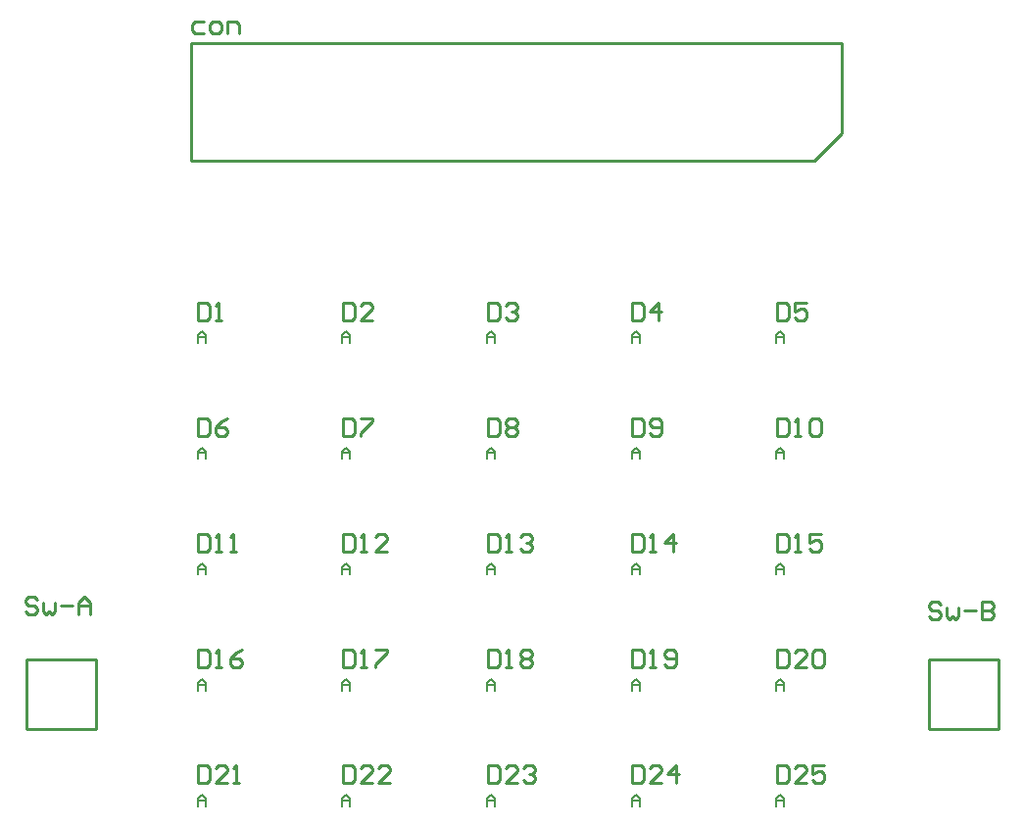
<source format=gto>
G04 Layer_Color=15132400*
%FSLAX44Y44*%
%MOMM*%
G71*
G01*
G75*
%ADD34C,0.2540*%
%ADD35C,0.2000*%
D34*
X1114000Y657000D02*
X1174000D01*
X1114000D02*
Y717000D01*
X1174000D01*
Y657000D02*
Y717000D01*
X334000D02*
X394000D01*
Y657000D02*
Y717000D01*
X334000Y657000D02*
X394000D01*
X334000D02*
Y717000D01*
X475950Y1147590D02*
Y1249190D01*
X1038560D01*
Y1171720D02*
Y1249190D01*
X1014430Y1147590D02*
X1038560Y1171720D01*
X475950Y1147590D02*
X1014430D01*
X487423Y1268219D02*
X479805D01*
X477266Y1265679D01*
Y1260601D01*
X479805Y1258062D01*
X487423D01*
X495040D02*
X500119D01*
X502658Y1260601D01*
Y1265679D01*
X500119Y1268219D01*
X495040D01*
X492501Y1265679D01*
Y1260601D01*
X495040Y1258062D01*
X507736D02*
Y1268219D01*
X515354D01*
X517893Y1265679D01*
Y1258062D01*
X607618Y1024953D02*
Y1009718D01*
X615235D01*
X617775Y1012257D01*
Y1022414D01*
X615235Y1024953D01*
X607618D01*
X633010Y1009718D02*
X622853D01*
X633010Y1019875D01*
Y1022414D01*
X630471Y1024953D01*
X625392D01*
X622853Y1022414D01*
X732618Y1024953D02*
Y1009718D01*
X740236D01*
X742775Y1012257D01*
Y1022414D01*
X740236Y1024953D01*
X732618D01*
X747853Y1022414D02*
X750392Y1024953D01*
X755471D01*
X758010Y1022414D01*
Y1019875D01*
X755471Y1017336D01*
X752931D01*
X755471D01*
X758010Y1014796D01*
Y1012257D01*
X755471Y1009718D01*
X750392D01*
X747853Y1012257D01*
X857618Y1024953D02*
Y1009718D01*
X865236D01*
X867775Y1012257D01*
Y1022414D01*
X865236Y1024953D01*
X857618D01*
X880471Y1009718D02*
Y1024953D01*
X872853Y1017336D01*
X883010D01*
X982618Y1024953D02*
Y1009718D01*
X990236D01*
X992775Y1012257D01*
Y1022414D01*
X990236Y1024953D01*
X982618D01*
X1008010D02*
X997853D01*
Y1017336D01*
X1002931Y1019875D01*
X1005471D01*
X1008010Y1017336D01*
Y1012257D01*
X1005471Y1009718D01*
X1000392D01*
X997853Y1012257D01*
X482618Y924953D02*
Y909718D01*
X490235D01*
X492775Y912257D01*
Y922414D01*
X490235Y924953D01*
X482618D01*
X508010D02*
X502931Y922414D01*
X497853Y917336D01*
Y912257D01*
X500392Y909718D01*
X505471D01*
X508010Y912257D01*
Y914796D01*
X505471Y917336D01*
X497853D01*
X607618Y924953D02*
Y909718D01*
X615235D01*
X617775Y912257D01*
Y922414D01*
X615235Y924953D01*
X607618D01*
X622853D02*
X633010D01*
Y922414D01*
X622853Y912257D01*
Y909718D01*
X732618Y924953D02*
Y909718D01*
X740236D01*
X742775Y912257D01*
Y922414D01*
X740236Y924953D01*
X732618D01*
X747853Y922414D02*
X750392Y924953D01*
X755471D01*
X758010Y922414D01*
Y919875D01*
X755471Y917336D01*
X758010Y914796D01*
Y912257D01*
X755471Y909718D01*
X750392D01*
X747853Y912257D01*
Y914796D01*
X750392Y917336D01*
X747853Y919875D01*
Y922414D01*
X750392Y917336D02*
X755471D01*
X857618Y924953D02*
Y909718D01*
X865236D01*
X867775Y912257D01*
Y922414D01*
X865236Y924953D01*
X857618D01*
X872853Y912257D02*
X875392Y909718D01*
X880471D01*
X883010Y912257D01*
Y922414D01*
X880471Y924953D01*
X875392D01*
X872853Y922414D01*
Y919875D01*
X875392Y917336D01*
X883010D01*
X982618Y924953D02*
Y909718D01*
X990236D01*
X992775Y912257D01*
Y922414D01*
X990236Y924953D01*
X982618D01*
X997853Y909718D02*
X1002931D01*
X1000392D01*
Y924953D01*
X997853Y922414D01*
X1010549D02*
X1013088Y924953D01*
X1018167D01*
X1020706Y922414D01*
Y912257D01*
X1018167Y909718D01*
X1013088D01*
X1010549Y912257D01*
Y922414D01*
X482618Y824953D02*
Y809718D01*
X490235D01*
X492775Y812257D01*
Y822414D01*
X490235Y824953D01*
X482618D01*
X497853Y809718D02*
X502931D01*
X500392D01*
Y824953D01*
X497853Y822414D01*
X510549Y809718D02*
X515627D01*
X513088D01*
Y824953D01*
X510549Y822414D01*
X607618Y824953D02*
Y809718D01*
X615235D01*
X617775Y812257D01*
Y822414D01*
X615235Y824953D01*
X607618D01*
X622853Y809718D02*
X627931D01*
X625392D01*
Y824953D01*
X622853Y822414D01*
X645706Y809718D02*
X635549D01*
X645706Y819875D01*
Y822414D01*
X643167Y824953D01*
X638088D01*
X635549Y822414D01*
X732618Y824953D02*
Y809718D01*
X740236D01*
X742775Y812257D01*
Y822414D01*
X740236Y824953D01*
X732618D01*
X747853Y809718D02*
X752931D01*
X750392D01*
Y824953D01*
X747853Y822414D01*
X760549D02*
X763088Y824953D01*
X768167D01*
X770706Y822414D01*
Y819875D01*
X768167Y817336D01*
X765627D01*
X768167D01*
X770706Y814796D01*
Y812257D01*
X768167Y809718D01*
X763088D01*
X760549Y812257D01*
X857618Y824953D02*
Y809718D01*
X865236D01*
X867775Y812257D01*
Y822414D01*
X865236Y824953D01*
X857618D01*
X872853Y809718D02*
X877931D01*
X875392D01*
Y824953D01*
X872853Y822414D01*
X893167Y809718D02*
Y824953D01*
X885549Y817336D01*
X895706D01*
X982618Y824953D02*
Y809718D01*
X990236D01*
X992775Y812257D01*
Y822414D01*
X990236Y824953D01*
X982618D01*
X997853Y809718D02*
X1002931D01*
X1000392D01*
Y824953D01*
X997853Y822414D01*
X1020706Y824953D02*
X1010549D01*
Y817336D01*
X1015627Y819875D01*
X1018167D01*
X1020706Y817336D01*
Y812257D01*
X1018167Y809718D01*
X1013088D01*
X1010549Y812257D01*
X482618Y724953D02*
Y709718D01*
X490235D01*
X492775Y712257D01*
Y722414D01*
X490235Y724953D01*
X482618D01*
X497853Y709718D02*
X502931D01*
X500392D01*
Y724953D01*
X497853Y722414D01*
X520706Y724953D02*
X515627Y722414D01*
X510549Y717336D01*
Y712257D01*
X513088Y709718D01*
X518167D01*
X520706Y712257D01*
Y714796D01*
X518167Y717336D01*
X510549D01*
X607618Y724953D02*
Y709718D01*
X615235D01*
X617775Y712257D01*
Y722414D01*
X615235Y724953D01*
X607618D01*
X622853Y709718D02*
X627931D01*
X625392D01*
Y724953D01*
X622853Y722414D01*
X635549Y724953D02*
X645706D01*
Y722414D01*
X635549Y712257D01*
Y709718D01*
X732618Y724953D02*
Y709718D01*
X740236D01*
X742775Y712257D01*
Y722414D01*
X740236Y724953D01*
X732618D01*
X747853Y709718D02*
X752931D01*
X750392D01*
Y724953D01*
X747853Y722414D01*
X760549D02*
X763088Y724953D01*
X768167D01*
X770706Y722414D01*
Y719875D01*
X768167Y717336D01*
X770706Y714796D01*
Y712257D01*
X768167Y709718D01*
X763088D01*
X760549Y712257D01*
Y714796D01*
X763088Y717336D01*
X760549Y719875D01*
Y722414D01*
X763088Y717336D02*
X768167D01*
X857618Y724953D02*
Y709718D01*
X865236D01*
X867775Y712257D01*
Y722414D01*
X865236Y724953D01*
X857618D01*
X872853Y709718D02*
X877931D01*
X875392D01*
Y724953D01*
X872853Y722414D01*
X885549Y712257D02*
X888088Y709718D01*
X893167D01*
X895706Y712257D01*
Y722414D01*
X893167Y724953D01*
X888088D01*
X885549Y722414D01*
Y719875D01*
X888088Y717336D01*
X895706D01*
X982618Y724953D02*
Y709718D01*
X990236D01*
X992775Y712257D01*
Y722414D01*
X990236Y724953D01*
X982618D01*
X1008010Y709718D02*
X997853D01*
X1008010Y719875D01*
Y722414D01*
X1005471Y724953D01*
X1000392D01*
X997853Y722414D01*
X1013088D02*
X1015627Y724953D01*
X1020706D01*
X1023245Y722414D01*
Y712257D01*
X1020706Y709718D01*
X1015627D01*
X1013088Y712257D01*
Y722414D01*
X482618Y624953D02*
Y609718D01*
X490235D01*
X492775Y612257D01*
Y622414D01*
X490235Y624953D01*
X482618D01*
X508010Y609718D02*
X497853D01*
X508010Y619875D01*
Y622414D01*
X505471Y624953D01*
X500392D01*
X497853Y622414D01*
X513088Y609718D02*
X518167D01*
X515627D01*
Y624953D01*
X513088Y622414D01*
X607618Y624953D02*
Y609718D01*
X615235D01*
X617775Y612257D01*
Y622414D01*
X615235Y624953D01*
X607618D01*
X633010Y609718D02*
X622853D01*
X633010Y619875D01*
Y622414D01*
X630471Y624953D01*
X625392D01*
X622853Y622414D01*
X648245Y609718D02*
X638088D01*
X648245Y619875D01*
Y622414D01*
X645706Y624953D01*
X640627D01*
X638088Y622414D01*
X732618Y624953D02*
Y609718D01*
X740236D01*
X742775Y612257D01*
Y622414D01*
X740236Y624953D01*
X732618D01*
X758010Y609718D02*
X747853D01*
X758010Y619875D01*
Y622414D01*
X755471Y624953D01*
X750392D01*
X747853Y622414D01*
X763088D02*
X765627Y624953D01*
X770706D01*
X773245Y622414D01*
Y619875D01*
X770706Y617336D01*
X768167D01*
X770706D01*
X773245Y614796D01*
Y612257D01*
X770706Y609718D01*
X765627D01*
X763088Y612257D01*
X857618Y624953D02*
Y609718D01*
X865236D01*
X867775Y612257D01*
Y622414D01*
X865236Y624953D01*
X857618D01*
X883010Y609718D02*
X872853D01*
X883010Y619875D01*
Y622414D01*
X880471Y624953D01*
X875392D01*
X872853Y622414D01*
X895706Y609718D02*
Y624953D01*
X888088Y617336D01*
X898245D01*
X982618Y624953D02*
Y609718D01*
X990236D01*
X992775Y612257D01*
Y622414D01*
X990236Y624953D01*
X982618D01*
X1008010Y609718D02*
X997853D01*
X1008010Y619875D01*
Y622414D01*
X1005471Y624953D01*
X1000392D01*
X997853Y622414D01*
X1023245Y624953D02*
X1013088D01*
Y617336D01*
X1018167Y619875D01*
X1020706D01*
X1023245Y617336D01*
Y612257D01*
X1020706Y609718D01*
X1015627D01*
X1013088Y612257D01*
X343677Y768784D02*
X341138Y771323D01*
X336059D01*
X333520Y768784D01*
Y766245D01*
X336059Y763705D01*
X341138D01*
X343677Y761166D01*
Y758627D01*
X341138Y756088D01*
X336059D01*
X333520Y758627D01*
X348755Y766245D02*
Y758627D01*
X351294Y756088D01*
X353834Y758627D01*
X356373Y756088D01*
X358912Y758627D01*
Y766245D01*
X363990Y763705D02*
X374147D01*
X379225Y756088D02*
Y766245D01*
X384304Y771323D01*
X389382Y766245D01*
Y756088D01*
Y763705D01*
X379225D01*
X1123693Y764282D02*
X1121153Y766821D01*
X1116075D01*
X1113536Y764282D01*
Y761743D01*
X1116075Y759203D01*
X1121153D01*
X1123693Y756664D01*
Y754125D01*
X1121153Y751586D01*
X1116075D01*
X1113536Y754125D01*
X1128771Y761743D02*
Y754125D01*
X1131310Y751586D01*
X1133849Y754125D01*
X1136389Y751586D01*
X1138928Y754125D01*
Y761743D01*
X1144006Y759203D02*
X1154163D01*
X1159241Y766821D02*
Y751586D01*
X1166859D01*
X1169398Y754125D01*
Y756664D01*
X1166859Y759203D01*
X1159241D01*
X1166859D01*
X1169398Y761743D01*
Y764282D01*
X1166859Y766821D01*
X1159241D01*
X482491Y1024826D02*
Y1009591D01*
X490108D01*
X492648Y1012130D01*
Y1022287D01*
X490108Y1024826D01*
X482491D01*
X497726Y1009591D02*
X502804D01*
X500265D01*
Y1024826D01*
X497726Y1022287D01*
D35*
X607000Y990000D02*
Y996665D01*
X610332Y999997D01*
X613665Y996665D01*
Y990000D01*
Y994998D01*
X607000D01*
X732000Y990000D02*
Y996665D01*
X735332Y999997D01*
X738664Y996665D01*
Y990000D01*
Y994998D01*
X732000D01*
X857000Y990000D02*
Y996665D01*
X860332Y999997D01*
X863664Y996665D01*
Y990000D01*
Y994998D01*
X857000D01*
X982000Y990000D02*
Y996665D01*
X985332Y999997D01*
X988664Y996665D01*
Y990000D01*
Y994998D01*
X982000D01*
X482000Y890000D02*
Y896665D01*
X485332Y899997D01*
X488665Y896665D01*
Y890000D01*
Y894998D01*
X482000D01*
X607000Y890000D02*
Y896665D01*
X610332Y899997D01*
X613665Y896665D01*
Y890000D01*
Y894998D01*
X607000D01*
X732000Y890000D02*
Y896665D01*
X735332Y899997D01*
X738664Y896665D01*
Y890000D01*
Y894998D01*
X732000D01*
X857000Y890000D02*
Y896665D01*
X860332Y899997D01*
X863664Y896665D01*
Y890000D01*
Y894998D01*
X857000D01*
X982000Y890000D02*
Y896665D01*
X985332Y899997D01*
X988664Y896665D01*
Y890000D01*
Y894998D01*
X982000D01*
X482000Y790000D02*
Y796665D01*
X485332Y799997D01*
X488665Y796665D01*
Y790000D01*
Y794998D01*
X482000D01*
X607000Y790000D02*
Y796665D01*
X610332Y799997D01*
X613665Y796665D01*
Y790000D01*
Y794998D01*
X607000D01*
X732000Y790000D02*
Y796665D01*
X735332Y799997D01*
X738664Y796665D01*
Y790000D01*
Y794998D01*
X732000D01*
X857000Y790000D02*
Y796665D01*
X860332Y799997D01*
X863664Y796665D01*
Y790000D01*
Y794998D01*
X857000D01*
X982000Y790000D02*
Y796665D01*
X985332Y799997D01*
X988664Y796665D01*
Y790000D01*
Y794998D01*
X982000D01*
X482000Y690000D02*
Y696665D01*
X485332Y699997D01*
X488665Y696665D01*
Y690000D01*
Y694998D01*
X482000D01*
X607000Y690000D02*
Y696665D01*
X610332Y699997D01*
X613665Y696665D01*
Y690000D01*
Y694998D01*
X607000D01*
X732000Y690000D02*
Y696665D01*
X735332Y699997D01*
X738664Y696665D01*
Y690000D01*
Y694998D01*
X732000D01*
X857000Y690000D02*
Y696665D01*
X860332Y699997D01*
X863664Y696665D01*
Y690000D01*
Y694998D01*
X857000D01*
X982000Y690000D02*
Y696665D01*
X985332Y699997D01*
X988664Y696665D01*
Y690000D01*
Y694998D01*
X982000D01*
X482000Y590000D02*
Y596665D01*
X485332Y599997D01*
X488665Y596665D01*
Y590000D01*
Y594998D01*
X482000D01*
X607000Y590000D02*
Y596665D01*
X610332Y599997D01*
X613665Y596665D01*
Y590000D01*
Y594998D01*
X607000D01*
X732000Y590000D02*
Y596665D01*
X735332Y599997D01*
X738664Y596665D01*
Y590000D01*
Y594998D01*
X732000D01*
X857000Y590000D02*
Y596665D01*
X860332Y599997D01*
X863664Y596665D01*
Y590000D01*
Y594998D01*
X857000D01*
X982000Y590000D02*
Y596665D01*
X985332Y599997D01*
X988664Y596665D01*
Y590000D01*
Y594998D01*
X982000D01*
X482000Y990000D02*
Y996665D01*
X485332Y999997D01*
X488665Y996665D01*
Y990000D01*
Y994998D01*
X482000D01*
M02*

</source>
